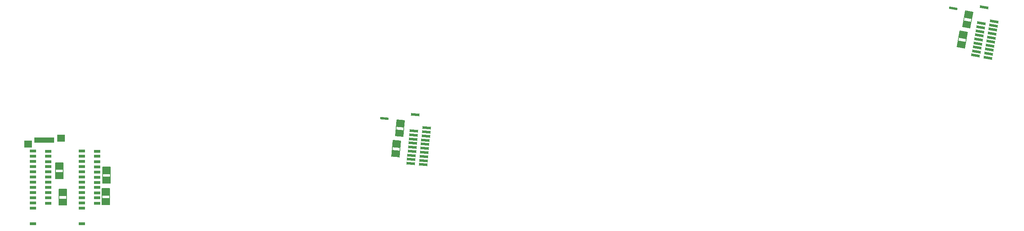
<source format=gbr>
*
G4_C Author: OrCAD GerbTool(tm) 8.1.1 Wed Jun 18 21:18:24 2003*
%LPD*%
%FSLAX34Y34*%
%MOIN*%
%AD*%
%AMD26R98*
20,1,0.027000,0.000000,-0.036000,0.000000,0.036000,98.600000*
%
%AMD26R98N2*
20,1,0.027000,0.000000,-0.036000,0.000000,0.036000,98.600000*
%
%AMD26R86*
20,1,0.027000,0.000000,-0.036000,0.000000,0.036000,86.080000*
%
%AMD17R5*
20,1,0.027000,-0.036000,0.000000,0.036000,0.000000,5.450000*
%
%AMD17R5N2*
20,1,0.027000,-0.036000,0.000000,0.036000,0.000000,5.450000*
%
%AMD29R3*
20,1,0.027000,0.035920,-0.002460,-0.035920,0.002460,3.950000*
%
%AMD29R3N2*
20,1,0.027000,0.035920,-0.002460,-0.035920,0.002460,3.910000*
%
%AMD29R3N3*
20,1,0.027000,0.035920,-0.002460,-0.035920,0.002460,3.920000*
%
%AMD30R85*
20,1,0.024000,0.000000,-0.041000,0.000000,0.041000,85.000000*
%
%AMD26R85*
20,1,0.027000,0.000000,-0.036000,0.000000,0.036000,85.000000*
%
%AMD29R85*
20,1,0.022000,0.000000,-0.040000,0.000000,0.040000,85.000000*
%
%AMD30R80*
20,1,0.024000,0.000000,-0.041000,0.000000,0.041000,80.000000*
%
%AMD26R80*
20,1,0.027000,0.000000,-0.036000,0.000000,0.036000,80.000000*
%
%AMD29R80*
20,1,0.022000,0.000000,-0.040000,0.000000,0.040000,80.000000*
%
%AMD30R81*
20,1,0.024000,0.000000,-0.041000,0.000000,0.041000,81.000000*
%
%AMD26R81*
20,1,0.027000,0.000000,-0.036000,0.000000,0.036000,81.000000*
%
%AMD29R81*
20,1,0.022000,0.000000,-0.040000,0.000000,0.040000,81.000000*
%
%AMD41R359*
20,1,0.024000,0.040500,-0.006410,-0.040500,0.006410,359.000000*
%
%AMD42R359*
20,1,0.027000,0.035560,-0.005630,-0.035560,0.005630,359.000000*
%
%AMD43R359*
20,1,0.022000,0.039510,-0.006260,-0.039510,0.006260,359.000000*
%
%AMD30R81N2*
20,1,0.024000,0.000000,-0.041000,0.000000,0.041000,81.000000*
%
%AMD26R81N2*
20,1,0.027000,0.000000,-0.036000,0.000000,0.036000,81.000000*
%
%AMD29R81N2*
20,1,0.022000,0.000000,-0.040000,0.000000,0.040000,81.000000*
%
%AMD47R1*
20,1,0.024000,0.040500,-0.006410,-0.040500,0.006410,1.000000*
%
%AMD48R1*
20,1,0.027000,0.035560,-0.005630,-0.035560,0.005630,1.000000*
%
%AMD49R1*
20,1,0.022000,0.039510,-0.006260,-0.039510,0.006260,1.000000*
%
%AMD50R1*
20,1,0.024000,0.040610,-0.005700,-0.040610,0.005700,1.000000*
%
%AMD51R1*
20,1,0.027000,0.035650,-0.005010,-0.035650,0.005010,1.000000*
%
%AMD52R1*
20,1,0.022000,0.039610,-0.005570,-0.039610,0.005570,1.000000*
%
%AMD53R1*
20,1,0.024000,0.040700,-0.004990,-0.040700,0.004990,1.000000*
%
%AMD54R1*
20,1,0.027000,0.035730,-0.004390,-0.035730,0.004390,1.000000*
%
%AMD55R1*
20,1,0.022000,0.039700,-0.004880,-0.039700,0.004880,1.000000*
%
%AMD56R1*
20,1,0.024000,0.040780,-0.004280,-0.040780,0.004280,1.000000*
%
%AMD57R1*
20,1,0.027000,0.035800,-0.003770,-0.035800,0.003770,1.000000*
%
%AMD58R1*
20,1,0.022000,0.039780,-0.004190,-0.039780,0.004190,1.000000*
%
%AMD59R1*
20,1,0.024000,0.040850,-0.003570,-0.040850,0.003570,1.000000*
%
%AMD60R1*
20,1,0.027000,0.035860,-0.003140,-0.035860,0.003140,1.000000*
%
%AMD61R1*
20,1,0.022000,0.039850,-0.003500,-0.039850,0.003500,1.000000*
%
%AMD62R1*
20,1,0.024000,0.040910,-0.002860,-0.040910,0.002860,1.000000*
%
%AMD63R1*
20,1,0.027000,0.035910,-0.002510,-0.035910,0.002510,1.000000*
%
%AMD64R1*
20,1,0.022000,0.039910,-0.002800,-0.039910,0.002800,1.000000*
%
%AMD65R357*
20,1,0.024000,0.040950,-0.002150,-0.040950,0.002150,357.000000*
%
%AMD66R357*
20,1,0.027000,0.035950,-0.001880,-0.035950,0.001880,357.000000*
%
%AMD67R357*
20,1,0.022000,0.039950,-0.002100,-0.039950,0.002100,357.000000*
%
%AMD68R1*
20,1,0.024000,0.040780,-0.004290,-0.040780,0.004290,1.000000*
%
%AMD69R1*
20,1,0.027000,0.035800,-0.003760,-0.035800,0.003760,1.000000*
%
%AMD70R1*
20,1,0.022000,0.039790,-0.004190,-0.039790,0.004190,1.000000*
%
%ADD10R,0.050000X0.050000*%
%ADD11C,0.006000*%
%ADD12C,0.019000*%
%ADD13C,0.007900*%
%ADD14C,0.005000*%
%ADD15C,0.000800*%
%ADD16R,0.070000X0.025000*%
%ADD17R,0.068000X0.023000*%
%ADD18C,0.006000*%
%ADD19C,0.009800*%
%ADD20C,0.010000*%
%ADD21C,0.030000*%
%ADD22C,0.060000*%
%ADD23C,0.035000*%
%ADD24C,0.055000*%
%ADD25C,0.065000*%
%ADD26R,0.027000X0.072000*%
%ADD27D26R98*%
%ADD28R,0.031000X0.060000*%
%ADD29R,0.022000X0.080000*%
%ADD30R,0.024000X0.082000*%
%ADD31D17R5N2*%
%ADD32D29R3*%
%ADD33R,0.072000X0.027000*%
%ADD34R,0.072000X0.027000*%
%ADD35D30R85*%
%ADD36D26R85*%
%ADD37D29R85*%
%ADD38D30R80*%
%ADD39D26R80*%
%ADD40D29R80*%
%ADD41D30R81*%
%ADD42D26R81*%
%ADD43D29R81*%
%ADD44D41R359*%
%ADD45D42R359*%
%ADD46D43R359*%
%ADD47D30R81N2*%
%ADD48D26R81N2*%
%ADD49D29R81N2*%
%ADD50D47R1*%
%ADD51D48R1*%
%ADD52D49R1*%
%ADD53D50R1*%
%ADD54D51R1*%
%ADD55D52R1*%
%ADD56D53R1*%
%ADD57D54R1*%
%ADD58D55R1*%
%ADD59D56R1*%
%ADD60D57R1*%
%ADD61D58R1*%
%ADD62D59R1*%
%ADD63D60R1*%
%ADD64D61R1*%
%ADD65D62R1*%
%ADD66D63R1*%
%ADD67D64R1*%
%ADD68D65R357*%
%ADD69D66R357*%
%ADD70D67R357*%
%ADD71D68R1*%
%ADD72D69R1*%
%ADD73D70R1*%
%ADD256R,0.060000X0.031000*%
%ADD257R,0.082000X0.024000*%
%ADD258R,0.080000X0.022000*%
G4_C OrCAD GerbTool Tool List *
G54D256*
G1X8225Y8344D3*
G1X8225Y7845D3*
G1X8225Y7344D3*
G1X8225Y4845D3*
G1X8225Y5344D3*
G1X8226Y5844D3*
G1X8226Y6344D3*
G1X8225Y6844D3*
G1X8226Y3343D3*
G1X8225Y3845D3*
G1X8225Y4344D3*
G1X6756Y8346D3*
G1X6756Y7847D3*
G1X6755Y7345D3*
G1X6755Y6846D3*
G1X6755Y6347D3*
G1X6755Y5846D3*
G1X6756Y5346D3*
G1X6756Y4847D3*
G1X6754Y4346D3*
G1X6755Y3847D3*
G1X6755Y3346D3*
G1X6755Y1346D3*
G1X6756Y2846D3*
G54D33*
G1X9061Y3308D3*
G1X9060Y3506D3*
G1X9061Y3690D3*
G1X9062Y4209D3*
G1X9063Y4408D3*
G1X9062Y4591D3*
G1X9426Y4748D2*
G54D18*
G1X9426Y3203D1*
G1X9426Y4749D2*
G1X8689Y4749D1*
G1X8689Y4750D2*
G1X8689Y3203D1*
G54D33*
G1X9138Y5372D3*
G1X9137Y5570D3*
G1X9138Y5754D3*
G1X9139Y6273D3*
G1X9140Y6472D3*
G1X9139Y6655D3*
G1X9502Y6811D2*
G54D18*
G1X9502Y5266D1*
G1X9502Y6812D2*
G1X8765Y6812D1*
G1X8765Y6813D2*
G1X8765Y5266D1*
G54D256*
G1X3536Y4846D3*
G1X3536Y5345D3*
G1X3537Y5845D3*
G1X3537Y6345D3*
G1X3536Y6845D3*
G1X3537Y3344D3*
G1X3536Y3846D3*
G1X3536Y4345D3*
G1X2067Y8346D3*
G1X2067Y7847D3*
G1X2066Y7345D3*
G1X2066Y6846D3*
G1X2066Y6347D3*
G1X2066Y5846D3*
G1X2067Y5346D3*
G1X2067Y4847D3*
G1X2065Y4346D3*
G1X2066Y3847D3*
G1X2066Y3346D3*
G1X2066Y1346D3*
G1X2067Y2846D3*
G1X3536Y7344D3*
G1X3536Y8344D3*
G1X3536Y7845D3*
G54D33*
G1X4930Y3254D3*
G1X4929Y3452D3*
G1X4930Y3636D3*
G1X4931Y4155D3*
G1X4932Y4354D3*
G1X4931Y4537D3*
G1X5294Y4693D2*
G54D18*
G1X5294Y3148D1*
G1X5294Y4694D2*
G1X4558Y4694D1*
G1X4558Y4695D2*
G1X4558Y3148D1*
G54D33*
G1X4599Y5796D3*
G1X4598Y5994D3*
G1X4599Y6178D3*
G1X4600Y6697D3*
G1X4601Y6896D3*
G1X4600Y7079D3*
G1X4964Y7235D2*
G54D18*
G1X4964Y5690D1*
G1X4964Y7236D2*
G1X4227Y7236D1*
G1X4227Y7237D2*
G1X4227Y5690D1*
G54D33*
G1X4764Y9400D3*
G1X4764Y9600D3*
G1X4764Y9784D3*
G1X3837Y9424D2*
G54D10*
G1X2438Y9424D1*
G54D33*
G1X1604Y8837D3*
G1X1604Y9037D3*
G1X1604Y9221D3*
G54D44*
G1X93833Y17338D3*
G1X93901Y17727D3*
G1X93969Y18114D3*
G1X94038Y18501D3*
G1X94106Y18889D3*
G1X94174Y19276D3*
G1X94243Y19664D3*
G1X94311Y20052D3*
G1X94380Y20440D3*
G1X94448Y20827D3*
G1X92650Y17547D3*
G1X92718Y17935D3*
G1X92787Y18322D3*
G1X92855Y18710D3*
G1X92923Y19098D3*
G1X92992Y19485D3*
G1X93060Y19873D3*
G1X93128Y20261D3*
G1X93197Y20649D3*
G1X93470Y22198D3*
G54D45*
G1X91243Y18432D3*
G1X91277Y18628D3*
G1X91310Y18809D3*
G1X91401Y19319D3*
G1X91436Y19515D3*
G1X91467Y19696D3*
G1X91853Y19786D2*
G54D18*
G1X91584Y18265D1*
G1X91853Y19787D2*
G1X91127Y19915D1*
G1X91127Y19916D2*
G1X90859Y18393D1*
G54D45*
G1X91776Y20368D3*
G1X91809Y20564D3*
G1X91842Y20744D3*
G1X91933Y21255D3*
G1X91969Y21451D3*
G1X91999Y21632D3*
G1X92385Y21722D2*
G54D18*
G1X92117Y20200D1*
G1X92385Y21723D2*
G1X91659Y21851D1*
G1X91659Y21852D2*
G1X91391Y20328D1*
G54D46*
G1X90503Y22090D3*
G54D71*
G1X39577Y7050D3*
G1X39612Y7444D3*
G1X39646Y7835D3*
G1X39680Y8227D3*
G1X39715Y8619D3*
G1X39749Y9011D3*
G1X39783Y9403D3*
G1X39818Y9796D3*
G1X39852Y10188D3*
G1X39886Y10580D3*
G1X38381Y7155D3*
G1X38415Y7547D3*
G1X38450Y7939D3*
G1X38484Y8331D3*
G1X38518Y8724D3*
G1X38553Y9115D3*
G1X38587Y9508D3*
G1X38621Y9900D3*
G1X38656Y10293D3*
G1X38793Y11860D3*
G54D72*
G1X36903Y7915D3*
G1X36919Y8112D3*
G1X36936Y8295D3*
G1X36982Y8812D3*
G1X37000Y9010D3*
G1X37016Y9193D3*
G1X37392Y9316D2*
G54D18*
G1X37257Y7777D1*
G1X37392Y9317D2*
G1X36658Y9382D1*
G1X36658Y9383D2*
G1X36523Y7842D1*
G54D72*
G1X37264Y9890D3*
G1X37280Y10087D3*
G1X37298Y10270D3*
G1X37344Y10787D3*
G1X37362Y10985D3*
G1X37377Y11168D3*
G1X37753Y11291D2*
G54D18*
G1X37619Y9752D1*
G1X37753Y11293D2*
G1X37019Y11357D1*
G1X37019Y11358D2*
G1X36884Y9817D1*
G54D73*
G1X35847Y11494D3*
M2*

</source>
